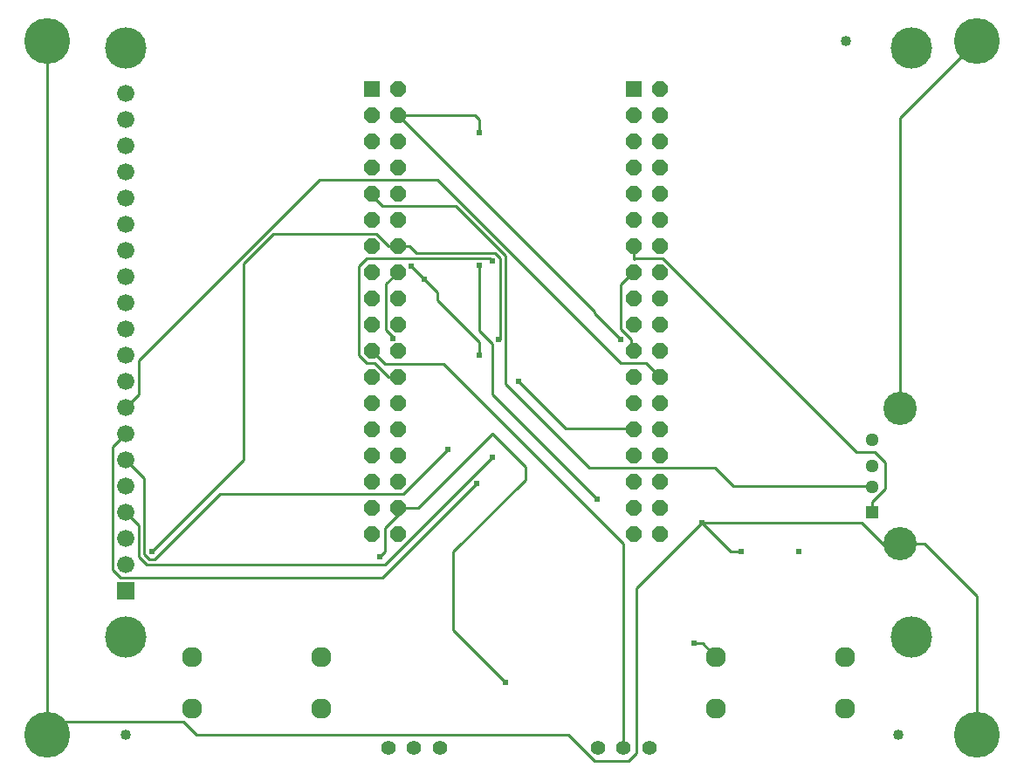
<source format=gbr>
G04 EAGLE Gerber RS-274X export*
G75*
%MOMM*%
%FSLAX34Y34*%
%LPD*%
%INBottom Copper*%
%IPPOS*%
%AMOC8*
5,1,8,0,0,1.08239X$1,22.5*%
G01*
%ADD10C,1.016000*%
%ADD11C,4.445000*%
%ADD12C,1.400000*%
%ADD13R,1.676400X1.676400*%
%ADD14C,1.676400*%
%ADD15C,4.016000*%
%ADD16C,1.960000*%
%ADD17R,1.524000X1.524000*%
%ADD18P,1.649562X8X292.500000*%
%ADD19R,1.288000X1.288000*%
%ADD20C,1.288000*%
%ADD21C,3.220000*%
%ADD22C,0.254000*%
%ADD23C,0.609600*%


D10*
X114300Y38100D03*
X812800Y711200D03*
X863600Y38100D03*
D11*
X939800Y711200D03*
X38100Y711200D03*
X38100Y38100D03*
X939800Y38100D03*
D12*
X418700Y25400D03*
X393700Y25400D03*
X368700Y25400D03*
X621900Y25400D03*
X596900Y25400D03*
X571900Y25400D03*
D13*
X114300Y177800D03*
D14*
X114300Y203200D03*
X114300Y228600D03*
X114300Y254000D03*
X114300Y279400D03*
X114300Y304800D03*
X114300Y330200D03*
X114300Y355600D03*
X114300Y381000D03*
X114300Y406400D03*
X114300Y431800D03*
X114300Y457200D03*
X114300Y482600D03*
X114300Y508000D03*
X114300Y533400D03*
X114300Y558800D03*
X114300Y584200D03*
X114300Y609600D03*
X114300Y635000D03*
X114300Y660400D03*
D15*
X114300Y133350D03*
X114300Y704850D03*
X876300Y133350D03*
X876300Y704850D03*
D16*
X686800Y113900D03*
X686800Y63900D03*
X811800Y63900D03*
X811800Y113900D03*
X178800Y113900D03*
X178800Y63900D03*
X303800Y63900D03*
X303800Y113900D03*
D17*
X352800Y664800D03*
D18*
X378200Y664800D03*
X352800Y639400D03*
X378200Y639400D03*
X352800Y614000D03*
X378200Y614000D03*
X352800Y588600D03*
X378200Y588600D03*
X352800Y563200D03*
X378200Y563200D03*
X352800Y537800D03*
X378200Y537800D03*
X352800Y512400D03*
X378200Y512400D03*
X352800Y487000D03*
X378200Y487000D03*
X352800Y461600D03*
X378200Y461600D03*
X352800Y436200D03*
X378200Y436200D03*
X352800Y410800D03*
X378200Y410800D03*
X352800Y385400D03*
X378200Y385400D03*
X352800Y360000D03*
X378200Y360000D03*
X352800Y334600D03*
X378200Y334600D03*
X352800Y309200D03*
X378200Y309200D03*
X352800Y283800D03*
X378200Y283800D03*
X352800Y258400D03*
X378200Y258400D03*
X352800Y233000D03*
X378200Y233000D03*
D17*
X606800Y664800D03*
D18*
X632200Y664800D03*
X606800Y639400D03*
X632200Y639400D03*
X606800Y614000D03*
X632200Y614000D03*
X606800Y588600D03*
X632200Y588600D03*
X606800Y563200D03*
X632200Y563200D03*
X606800Y537800D03*
X632200Y537800D03*
X606800Y512400D03*
X632200Y512400D03*
X606800Y487000D03*
X632200Y487000D03*
X606800Y461600D03*
X632200Y461600D03*
X606800Y436200D03*
X632200Y436200D03*
X606800Y410800D03*
X632200Y410800D03*
X606800Y385400D03*
X632200Y385400D03*
X606800Y360000D03*
X632200Y360000D03*
X606800Y334600D03*
X632200Y334600D03*
X606800Y309200D03*
X632200Y309200D03*
X606800Y283800D03*
X632200Y283800D03*
X606800Y258400D03*
X632200Y258400D03*
X606800Y233000D03*
X632200Y233000D03*
D19*
X838200Y254000D03*
D20*
X838200Y279000D03*
X838200Y299000D03*
X838200Y324000D03*
D21*
X865300Y223300D03*
X865300Y354700D03*
D22*
X604520Y410800D02*
X604520Y421640D01*
X594360Y431800D01*
X594360Y474980D01*
X606380Y487000D01*
X606800Y410800D02*
X604520Y410800D01*
X606380Y487000D02*
X606800Y487000D01*
X378200Y487000D02*
X366770Y475570D01*
X366770Y431466D01*
X373628Y424608D02*
X373628Y422992D01*
D23*
X373628Y422992D03*
D22*
X373628Y424608D02*
X366770Y431466D01*
X469900Y307340D02*
X365760Y203200D01*
X134620Y203200D01*
X127000Y210820D01*
X127000Y241300D01*
X114300Y254000D01*
D23*
X469900Y307340D03*
D22*
X606120Y335280D02*
X606800Y334600D01*
D23*
X391160Y492760D03*
D22*
X495300Y381000D02*
X541020Y335280D01*
D23*
X495300Y381000D03*
X457200Y406400D03*
D22*
X457200Y419100D01*
X416560Y459740D01*
X416560Y467360D01*
D23*
X403860Y480060D03*
D22*
X541020Y335280D02*
X606120Y335280D01*
X416560Y467360D02*
X403860Y480060D01*
X391160Y492760D01*
X426720Y314960D02*
X383540Y271780D01*
X205740Y271780D01*
X142240Y208280D01*
X137160Y208280D01*
X132080Y213360D01*
X132080Y287020D01*
X114300Y304800D01*
D23*
X426720Y314960D03*
D22*
X454660Y281940D02*
X363220Y190500D01*
X109220Y190500D01*
X101600Y198120D01*
X101600Y317500D01*
X114300Y330200D01*
D23*
X454660Y281940D03*
D22*
X596900Y223520D02*
X596900Y25400D01*
X422320Y398100D02*
X365500Y398100D01*
X352800Y410800D01*
X422320Y398100D02*
X596900Y223520D01*
X594360Y398780D02*
X618820Y398780D01*
X594360Y398780D02*
X416560Y576580D01*
X302260Y576580D01*
X127000Y401320D01*
X127000Y368300D01*
X114300Y355600D01*
X618820Y398780D02*
X632200Y385400D01*
X703580Y279400D02*
X838200Y279400D01*
X703580Y279400D02*
X685800Y297180D01*
X563880Y297180D01*
X482600Y378460D01*
X482600Y502920D01*
X434340Y551180D01*
X363220Y551180D01*
X352800Y561600D02*
X352800Y563200D01*
X352800Y561600D02*
X363220Y551180D01*
X838200Y279400D02*
X838200Y279000D01*
X673700Y127000D02*
X665480Y127000D01*
X673700Y127000D02*
X686800Y113900D01*
X594360Y421640D02*
X568960Y447040D01*
X568960Y448640D01*
X378200Y639400D01*
D23*
X665480Y127000D03*
X594360Y421640D03*
D22*
X452800Y639400D02*
X378200Y639400D01*
X452800Y639400D02*
X457200Y635000D01*
X457200Y622300D01*
D23*
X457200Y622300D03*
X457200Y493522D03*
D22*
X469900Y417783D02*
X469900Y368300D01*
D23*
X571500Y266700D03*
D22*
X457200Y430483D02*
X457200Y493522D01*
X457200Y430483D02*
X469900Y417783D01*
X469900Y368300D02*
X571500Y266700D01*
D23*
X139700Y215900D03*
D22*
X228600Y304800D01*
X228600Y495300D01*
X368965Y512400D02*
X378200Y512400D01*
X368965Y512400D02*
X357535Y523830D01*
X257130Y523830D02*
X228600Y495300D01*
X257130Y523830D02*
X357535Y523830D01*
X477520Y500380D02*
X477520Y421640D01*
X477520Y500380D02*
X472440Y505460D01*
X396240Y505460D01*
X389300Y512400D02*
X378200Y512400D01*
X389300Y512400D02*
X396240Y505460D01*
D23*
X475742Y421640D03*
D22*
X477520Y421640D01*
X378200Y258400D02*
X381800Y254800D01*
X365760Y238760D01*
X365760Y215900D01*
X360680Y210820D01*
D23*
X360680Y210820D03*
D22*
X378200Y258400D02*
X398100Y258400D01*
X469900Y330200D01*
X501650Y298450D01*
X501650Y285750D01*
X431800Y215900D01*
X431800Y139700D02*
X482600Y88900D01*
D23*
X482600Y88900D03*
D22*
X431800Y139700D02*
X431800Y215900D01*
X838200Y254000D02*
X838200Y264160D01*
X850900Y276860D01*
X850900Y302260D01*
X840740Y312420D01*
X822960Y312420D01*
X635000Y500380D01*
X607480Y500380D01*
X606800Y499700D01*
X606800Y512400D01*
X355600Y398780D02*
X347980Y398780D01*
X340360Y406400D01*
X340360Y492760D01*
X347980Y500380D01*
X467360Y500380D01*
X469900Y497840D01*
D23*
X469900Y497840D03*
D22*
X378200Y385400D02*
X368980Y385400D01*
X355600Y398780D01*
X38100Y711200D02*
X38100Y50800D01*
X673100Y243840D02*
X828040Y243840D01*
X856940Y214940D01*
X865300Y223300D01*
X939800Y172720D02*
X939800Y38100D01*
X939800Y172720D02*
X889220Y223300D01*
X865300Y223300D01*
X865300Y636700D02*
X939800Y711200D01*
X865300Y636700D02*
X865300Y354700D01*
X170180Y50800D02*
X38100Y50800D01*
X170180Y50800D02*
X182880Y38100D01*
X543560Y38100D01*
X568960Y12700D01*
X601980Y12700D01*
X609600Y20320D01*
X609600Y180340D01*
X673100Y243840D01*
X38100Y50800D02*
X38100Y38100D01*
D23*
X673100Y243840D03*
D22*
X701040Y215900D01*
D23*
X766699Y215900D03*
D22*
X711200Y215900D02*
X701040Y215900D01*
D23*
X711200Y215900D03*
M02*

</source>
